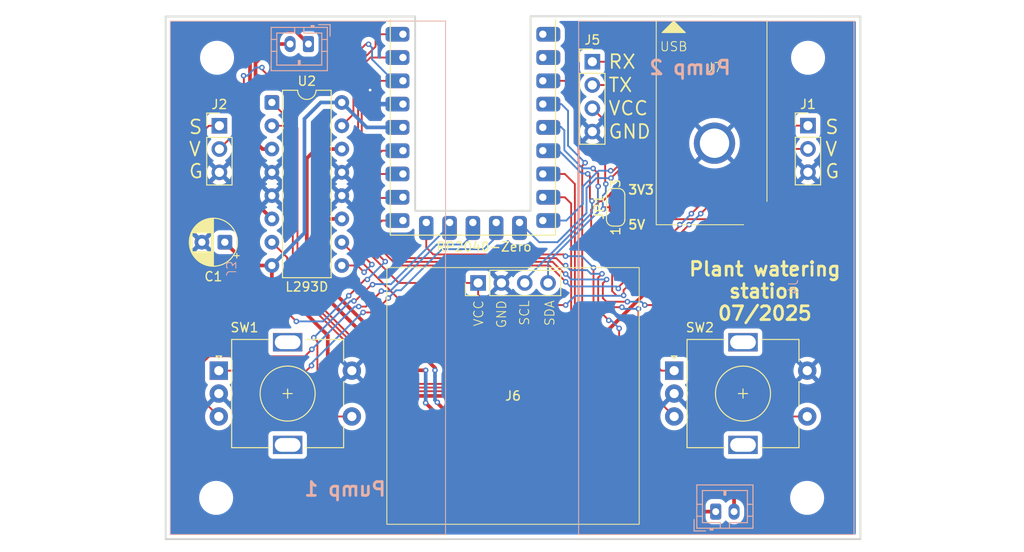
<source format=kicad_pcb>
(kicad_pcb (version 20241229) (generator "pcbnew") (generator_version "9.0")
  (layers (0 "F.Cu" signal) (2 "B.Cu" signal) (13 "F.Paste" user) (15 "B.Paste" user) (5 "F.SilkS" user "F.Silkscreen") (7 "B.SilkS" user "B.Silkscreen") (1 "F.Mask" user) (3 "B.Mask" user) (25 "Edge.Cuts" user))
  (net 0 "")
  (net 1 "GND")
  (net 2 "+5V")
  (net 3 "/MOISTURE1")
  (net 4 "+3V3")
  (net 5 "/MOISTURE2")
  (net 6 "Net-(J3-Pin_2)")
  (net 7 "Net-(J3-Pin_1)")
  (net 8 "Net-(J4-Pin_2)")
  (net 9 "Net-(J4-Pin_1)")
  (net 10 "/SCL")
  (net 11 "/2A")
  (net 12 "/SDA")
  (net 13 "/4A")
  (net 14 "/3A")
  (net 15 "/1A")
  (net 16 "/EN34")
  (net 17 "/EN12")
  (net 20 "/UART1_RX")
  (net 21 "Net-(J5-Pin_3)")
  (net 22 "/UART1_TX")
  (net 23 "/SW2")
  (net 24 "/DT2")
  (net 25 "/SW1")
  (net 26 "/CLK1")
  (net 27 "/CLK2")
  (net 28 "/DT1")
  (footprint "Connector_PinHeader_2.54mm:PinHeader_1x03_P2.54mm_Vertical" (layer "F.Cu") (at 109.855 83.82)
    (property "Reference" "J2" (at 0 -2.33 0) (layer "F.SilkS"))
    (property "Value" "Conn_01x03_Pin")
    (pad "1" thru_hole rect (at 0 0) (size 1.7 1.7) (drill 1) (layers "*.Cu" "*.Mask") (net 5 "/MOISTURE2"))
    (pad "2" thru_hole circle (at 0 2.54) (size 1.7 1.7) (drill 1) (layers "*.Cu" "*.Mask") (net 4 "+3V3"))
    (pad "3" thru_hole circle (at 0 5.08) (size 1.7 1.7) (drill 1) (layers "*.Cu" "*.Mask") (net 1 "GND"))
  )
  (footprint "Connector_PinHeader_2.54mm:PinHeader_1x04_P2.54mm_Vertical" (layer "F.Cu") (at 150.495 76.835)
    (property "Reference" "J5" (at 0 -2.38 0) (layer "F.SilkS"))
    (property "Value" "Conn_01x04_Pin")
    (pad "1" thru_hole rect (at 0 0) (size 1.7 1.7) (drill 1) (layers "*.Cu" "*.Mask") (net 20 "/UART1_RX"))
    (pad "2" thru_hole circle (at 0 2.54) (size 1.7 1.7) (drill 1) (layers "*.Cu" "*.Mask") (net 22 "/UART1_TX"))
    (pad "3" thru_hole circle (at 0 5.08) (size 1.7 1.7) (drill 1) (layers "*.Cu" "*.Mask") (net 21 "Net-(J5-Pin_3)"))
    (pad "4" thru_hole circle (at 0 7.62) (size 1.7 1.7) (drill 1) (layers "*.Cu" "*.Mask") (net 1 "GND"))
  )
  (footprint "Rotary_Encoder:RotaryEncoder_Alps_EC11E-Switch_Vertical_H20mm" (layer "F.Cu") (at 109.7925 110.53)
    (property "Reference" "SW1" (at 2.8 -4.7 0) (layer "F.SilkS"))
    (property "Value" "RotaryEncoder_Switch")
    (pad "A" thru_hole rect (at 0 0) (size 2 2) (drill 1) (layers "*.Cu" "*.Mask") (net 26 "/CLK1"))
    (pad "B" thru_hole circle (at 0 5) (size 2 2) (drill 1) (layers "*.Cu" "*.Mask") (net 28 "/DT1"))
    (pad "C" thru_hole circle (at 0 2.5) (size 2 2) (drill 1) (layers "*.Cu" "*.Mask") (net 1 "GND"))
    (pad "MP" thru_hole rect (at 7.5 -3.1) (size 3.2 2) (drill oval 2.8 1.5) (layers "*.Cu" "*.Mask"))
    (pad "MP" thru_hole rect (at 7.5 8.1) (size 3.2 2) (drill oval 2.8 1.5) (layers "*.Cu" "*.Mask"))
    (pad "S1" thru_hole circle (at 14.5 5) (size 2 2) (drill 1) (layers "*.Cu" "*.Mask") (net 25 "/SW1"))
    (pad "S2" thru_hole circle (at 14.5 0) (size 2 2) (drill 1) (layers "*.Cu" "*.Mask") (net 1 "GND"))
  )
  (footprint "Footprints:RP2040-Zero" (layer "F.Cu") (at 127.318 96.699)
    (property "Reference" "RZ1")
    (property "Value" "RP2040-Zero" (at 11.366 0.329 0) (layer "F.SilkS"))
    (pad "1" thru_hole roundrect (at 17.78 -22.86) (size 2.6 1.6) (drill 0.8 (offset 0.6 0)) (layers "*.Cu" "*.Mask"))
    (pad "2" thru_hole roundrect (at 17.78 -20.32) (size 2.6 1.6) (drill 0.8 (offset 0.6 0)) (layers "*.Cu" "*.Mask"))
    (pad "3" thru_hole roundrect (at 17.78 -17.78) (size 2.6 1.6) (drill 0.8 (offset 0.6 0)) (layers "*.Cu" "*.Mask") (net 15 "/1A"))
    (pad "4" thru_hole roundrect (at 17.78 -15.24) (size 2.6 1.6) (drill 0.8 (offset 0.6 0)) (layers "*.Cu" "*.Mask") (net 11 "/2A"))
    (pad "5" thru_hole roundrect (at 17.78 -12.7) (size 2.6 1.6) (drill 0.8 (offset 0.6 0)) (layers "*.Cu" "*.Mask") (net 12 "/SDA"))
    (pad "6" thru_hole roundrect (at 17.78 -10.16) (size 2.6 1.6002) (drill 0.8 (offset 0.6 0)) (layers "*.Cu" "*.Mask") (net 10 "/SCL"))
    (pad "7" thru_hole roundrect (at 17.78 -7.62) (size 2.6 1.6002) (drill 0.8 (offset 0.6 0)) (layers "*.Cu" "*.Mask") (net 17 "/EN12"))
    (pad "8" thru_hole roundrect (at 17.78 -5.08) (size 2.6 1.6002) (drill 0.8 (offset 0.6 0)) (layers "*.Cu" "*.Mask") (net 14 "/3A"))
    (pad "9" thru_hole roundrect (at 17.78 -2.54) (size 2.6 1.6002) (drill 0.8 (offset 0.6 0)) (layers "*.Cu" "*.Mask") (net 22 "/UART1_TX"))
    (pad "10" thru_hole roundrect (at 15.24 -2.33) (size 1.6 2.6) (drill 0.8 (offset 0 0.6)) (layers "*.Cu" "*.Mask") (net 20 "/UART1_RX"))
    (pad "11" thru_hole roundrect (at 12.7 -2.33) (size 1.5748 2.6) (drill 0.8 (offset 0 0.6)) (layers "*.Cu" "*.Mask") (net 26 "/CLK1"))
    (pad "12" thru_hole roundrect (at 10.16 -2.33) (size 1.5748 2.6) (drill 0.8 (offset 0 0.6)) (layers "*.Cu" "*.Mask") (net 28 "/DT1"))
    (pad "13" thru_hole roundrect (at 7.62 -2.33) (size 1.5748 2.6) (drill 0.8 (offset 0 0.6)) (layers "*.Cu" "*.Mask") (net 25 "/SW1"))
    (pad "14" thru_hole roundrect (at 5.08 -2.33) (size 1.5748 2.6) (drill 0.8 (offset 0 0.6)) (layers "*.Cu" "*.Mask") (net 24 "/DT2"))
    (pad "15" thru_hole roundrect (at 2.54 -2.54) (size 2.6 1.6002) (drill 0.8 (offset -0.6 0)) (layers "*.Cu" "*.Mask") (net 27 "/CLK2"))
    (pad "16" thru_hole roundrect (at 2.54 -5.08) (size 2.6 1.6002) (drill 0.8 (offset -0.6 0)) (layers "*.Cu" "*.Mask") (net 23 "/SW2"))
    (pad "17" thru_hole roundrect (at 2.54 -7.62) (size 2.6 1.6002) (drill 0.8 (offset -0.6 0)) (layers "*.Cu" "*.Mask") (net 3 "/MOISTURE1"))
    (pad "18" thru_hole roundrect (at 2.54 -10.16) (size 2.6 1.6002) (drill 0.8 (offset -0.6 0)) (layers "*.Cu" "*.Mask") (net 5 "/MOISTURE2"))
    (pad "19" thru_hole roundrect (at 2.54 -22.86) (size 2.6 1.6002) (drill 0.8 (offset -0.6 0)) (layers "*.Cu" "*.Mask") (net 13 "/4A"))
    (pad "20" thru_hole roundrect (at 2.54 -20.32) (size 2.6 1.6002) (drill 0.8 (offset -0.6 0)) (layers "*.Cu" "*.Mask") (net 16 "/EN34"))
    (pad "21" thru_hole roundrect (at 2.54 -17.78) (size 2.6 1.6002) (drill 0.8 (offset -0.6 0)) (layers "*.Cu" "*.Mask") (net 4 "+3V3"))
    (pad "22" thru_hole roundrect (at 2.54 -12.7) (size 2.6 1.6002) (drill 0.8 (offset -0.6 0)) (layers "*.Cu" "*.Mask") (net 2 "+5V"))
    (pad "23" thru_hole roundrect (at 2.54 -15.24) (size 2.6 1.6002) (drill 0.8 (offset -0.6 0)) (layers "*.Cu" "*.Mask") (net 1 "GND"))
  )
  (footprint "Capacitor_THT:CP_Radial_D5.0mm_P2.50mm" (layer "F.Cu") (at 110.45 96.52 180)
    (property "Reference" "C1" (at 1.25 -3.75 0) (layer "F.SilkS"))
    (property "Value" "100 uF")
    (pad "1" thru_hole roundrect (at 0 0 180) (size 1.6 1.6) (drill 0.8) (layers "*.Cu" "*.Mask") (roundrect_rratio 0.15625) (net 2 "+5V"))
    (pad "2" thru_hole circle (at 2.5 0 180) (size 1.6 1.6) (drill 0.8) (layers "*.Cu" "*.Mask") (net 1 "GND"))
  )
  (footprint "Connector_PinHeader_2.54mm:PinHeader_1x03_P2.54mm_Vertical" (layer "F.Cu") (at 173.99 83.805)
    (property "Reference" "J1" (at 0 -2.33 0) (layer "F.SilkS"))
    (property "Value" "Conn_01x03_Pin")
    (pad "1" thru_hole rect (at 0 0) (size 1.7 1.7) (drill 1) (layers "*.Cu" "*.Mask") (net 3 "/MOISTURE1"))
    (pad "2" thru_hole circle (at 0 2.54) (size 1.7 1.7) (drill 1) (layers "*.Cu" "*.Mask") (net 4 "+3V3"))
    (pad "3" thru_hole circle (at 0 5.08) (size 1.7 1.7) (drill 1) (layers "*.Cu" "*.Mask") (net 1 "GND"))
  )
  (footprint "Jumper:SolderJumper-3_P1.3mm_Open_RoundedPad1.0x1.5mm_NumberLabels" (layer "F.Cu") (at 153.035 92.71 90)
    (property "Reference" "JP1" (at 0 -1.8 90) (layer "F.SilkS"))
    (property "Value" "SolderJumper_3_Open")
    (fp_text user "1" (at -2.6 0 90) (layer "F.SilkS"))
    (fp_text user "3" (at 2.6 0 90) (layer "F.SilkS"))
    (pad "1" smd custom (at -1.3 0 90) (size 1 0.5) (layers "F.Cu" "F.Mask") (net 2 "+5V") (options (clearance outline) (anchor rect)) (primitives (gr_circle (center 0 0.25) (end 0.5 0.25) (width 0) (fill yes)) (gr_circle (center 0 -0.25) (end 0.5 -0.25) (width 0) (fill yes)) (gr_poly (pts (xy 0.55 0.75) (xy 0 0.75) (xy 0 -0.75) (xy 0.55 -0.75)) (width 0) (fill yes))))
    (pad "2" smd rect (at 0 0 90) (size 1 1.5) (layers "F.Cu" "F.Mask") (net 21 "Net-(J5-Pin_3)"))
    (pad "3" smd custom (at 1.3 0 90) (size 1 0.5) (layers "F.Cu" "F.Mask") (net 4 "+3V3") (options (clearance outline) (anchor rect)) (primitives (gr_circle (center 0 0.25) (end 0.5 0.25) (width 0) (fill yes)) (gr_circle (center 0 -0.25) (end 0.5 -0.25) (width 0) (fill yes)) (gr_poly (pts (xy 0 0.75) (xy -0.55 0.75) (xy -0.55 -0.75) (xy 0 -0.75)) (width 0) (fill yes))))
  )
  (footprint "Footprints:USBC-Dummy-Card" (layer "F.Cu") (at 163.8075 83.185)
    (property "Reference" "J7" (at 0 -5.715 0) (layer "F.SilkS") (effects (font (thickness 0.1))))
    (property "Value" "Screw_Terminal_01x02")
    (fp_text user "USB" (at -4.445 -8 0) (layer "F.SilkS") (effects (font (thickness 0.1))))
    (pad "1" smd roundrect (at 5.715 11.5325 90) (size 4.935 4) (layers "F.Cu" "F.Mask" "F.Paste") (net 2 "+5V"))
    (pad "2" thru_hole circle (at 0 2.54) (size 4.5 4.5) (drill 3.2) (layers "*.Cu" "*.Mask") (net 1 "GND"))
  )
  (footprint "Package_DIP:DIP-16_W7.62mm" (layer "F.Cu") (at 115.575 81.28)
    (property "Reference" "U2" (at 3.81 -2.33 0) (layer "F.SilkS"))
    (property "Value" "L293D" (at 3.81 20.11 0) (layer "F.SilkS"))
    (pad "1" thru_hole roundrect (at 0 0) (size 1.6 1.6) (drill 0.8) (layers "*.Cu" "*.Mask") (roundrect_rratio 0.15625) (net 17 "/EN12"))
    (pad "2" thru_hole circle (at 0 2.54) (size 1.6 1.6) (drill 0.8) (layers "*.Cu" "*.Mask") (net 15 "/1A"))
    (pad "3" thru_hole circle (at 0 5.08) (size 1.6 1.6) (drill 0.8) (layers "*.Cu" "*.Mask") (net 6 "Net-(J3-Pin_2)"))
    (pad "4" thru_hole circle (at 0 7.62) (size 1.6 1.6) (drill 0.8) (layers "*.Cu" "*.Mask") (net 1 "GND"))
    (pad "5" thru_hole circle (at 0 10.16) (size 1.6 1.6) (drill 0.8) (layers "*.Cu" "*.Mask") (net 1 "GND"))
    (pad "6" thru_hole circle (at 0 12.7) (size 1.6 1.6) (drill 0.8) (layers "*.Cu" "*.Mask") (net 7 "Net-(J3-Pin_1)"))
    (pad "7" thru_hole circle (at 0 15.24) (size 1.6 1.6) (drill 0.8) (layers "*.Cu" "*.Mask") (net 11 "/2A"))
    (pad "8" thru_hole circle (at 0 17.78) (size 1.6 1.6) (drill 0.8) (layers "*.Cu" "*.Mask") (net 2 "+5V"))
    (pad "9" thru_hole circle (at 7.62 17.78) (size 1.6 1.6) (drill 0.8) (layers "*.Cu" "*.Mask") (net 16 "/EN34"))
    (pad "10" thru_hole circle (at 7.62 15.24) (size 1.6 1.6) (drill 0.8) (layers "*.Cu" "*.Mask") (net 14 "/3A"))
    (pad "11" thru_hole circle (at 7.62 12.7) (size 1.6 1.6) (drill 0.8) (layers "*.Cu" "*.Mask") (net 8 "Net-(J4-Pin_2)"))
    (pad "12" thru_hole circle (at 7.62 10.16) (size 1.6 1.6) (drill 0.8) (layers "*.Cu" "*.Mask") (net 1 "GND"))
    (pad "13" thru_hole circle (at 7.62 7.62) (size 1.6 1.6) (drill 0.8) (layers "*.Cu" "*.Mask") (net 1 "GND"))
    (pad "14" thru_hole circle (at 7.62 5.08) (size 1.6 1.6) (drill 0.8) (layers "*.Cu" "*.Mask") (net 9 "Net-(J4-Pin_1)"))
    (pad "15" thru_hole circle (at 7.62 2.54) (size 1.6 1.6) (drill 0.8) (layers "*.Cu" "*.Mask") (net 13 "/4A"))
    (pad "16" thru_hole circle (at 7.62 0) (size 1.6 1.6) (drill 0.8) (layers "*.Cu" "*.Mask") (net 2 "+5V"))
  )
  (footprint "Rotary_Encoder:RotaryEncoder_Alps_EC11E-Switch_Vertical_H20mm" (layer "F.Cu") (at 159.4125 110.53)
    (property "Reference" "SW2" (at 2.8 -4.7 0) (layer "F.SilkS"))
    (property "Value" "RotaryEncoder_Switch")
    (pad "A" thru_hole rect (at 0 0) (size 2 2) (drill 1) (layers "*.Cu" "*.Mask") (net 27 "/CLK2"))
    (pad "B" thru_hole circle (at 0 5) (size 2 2) (drill 1) (layers "*.Cu" "*.Mask") (net 24 "/DT2"))
    (pad "C" thru_hole circle (at 0 2.5) (size 2 2) (drill 1) (layers "*.Cu" "*.Mask") (net 1 "GND"))
    (pad "MP" thru_hole rect (at 7.5 -3.1) (size 3.2 2) (drill oval 2.8 1.5) (layers "*.Cu" "*.Mask"))
    (pad "MP" thru_hole rect (at 7.5 8.1) (size 3.2 2) (drill oval 2.8 1.5) (layers "*.Cu" "*.Mask"))
    (pad "S1" thru_hole circle (at 14.5 5) (size 2 2) (drill 1) (layers "*.Cu" "*.Mask") (net 23 "/SW2"))
    (pad "S2" thru_hole circle (at 14.5 0) (size 2 2) (drill 1) (layers "*.Cu" "*.Mask") (net 1 "GND"))
  )
  (footprint "Footprints:SSD1306" (layer "F.Cu") (at 141.8525 96.785)
    (property "Reference" "J6" (at 0 16.5 0) (layer "F.SilkS"))
    (property "Value" "Conn_01x04_Pin")
    (fp_text user "SDA" (at 4 6 90) (layer "F.SilkS") (effects (font (thickness 0.1)) (justify right)))
    (fp_text user "SCL" (at 1.25 6 90) (layer "F.SilkS") (effects (font (thickness 0.1)) (justify right)))
    (fp_text user "GND" (at -1.25 6 90) (layer "F.SilkS") (effects (font (thickness 0.1)) (justify right)))
    (fp_text user "VCC" (at -3.75 6 90) (layer "F.SilkS") (effects (font (thickness 0.1)) (justify right)))
    (pad "1" thru_hole rect (at -3.8025 4.18 90) (size 1.7 1.7) (drill 1) (layers "*.Cu" "*.Mask") (net 4 "+3V3"))
    (pad "2" thru_hole circle (at -1.2625 4.18 90) (size 1.7 1.7) (drill 1) (layers "*.Cu" "*.Mask") (net 1 "GND"))
    (pad "3" thru_hole circle (at 1.2775 4.18 90) (size 1.7 1.7) (drill 1) (layers "*.Cu" "*.Mask") (net 10 "/SCL"))
    (pad "4" thru_hole circle (at 3.8175 4.18 90) (size 1.7 1.7) (drill 1) (layers "*.Cu" "*.Mask") (net 12 "/SDA"))
  )
  (footprint "Footprints:PumpWatering" (layer "B.Cu") (at 174 101.405 -90)
    (property "Reference" "J4" (at 0 1.6 90) (layer "B.SilkS") (effects (font (thickness 0.1)) (justify mirror)))
    (property "Value" "Motor_Socket")
    (pad "" np_thru_hole circle (at -25 0 270) (size 3.2 3.2) (drill 3.2) (layers "*.Cu" "*.Mask"))
    (pad "" np_thru_hole circle (at 23 0.1 270) (size 3.2 3.2) (drill 3.2) (layers "*.Cu" "*.Mask"))
    (pad "1" thru_hole roundrect (at 24.5 10.06) (size 1.2 1.75) (drill 0.75) (layers "*.Cu" "*.Mask") (roundrect_rratio 0.208333) (net 9 "Net-(J4-Pin_1)"))
    (pad "2" thru_hole oval (at 24.5 8.06) (size 1.2 1.75) (drill 0.75) (layers "*.Cu" "*.Mask") (net 8 "Net-(J4-Pin_2)"))
  )
  (footprint "Footprints:PumpWatering" (layer "B.Cu") (at 109.5 99.405 90)
    (property "Reference" "J3" (at 0 1.6 270) (layer "B.SilkS") (effects (font (thickness 0.1)) (justify mirror)))
    (property "Value" "Motor_Socket")
    (pad "" np_thru_hole circle (at -25 0 90) (size 3.2 3.2) (drill 3.2) (layers "*.Cu" "*.Mask"))
    (pad "" np_thru_hole circle (at 23 0.1 90) (size 3.2 3.2) (drill 3.2) (layers "*.Cu" "*.Mask"))
    (pad "1" thru_hole roundrect (at 24.5 10.06 180) (size 1.2 1.75) (drill 0.75) (layers "*.Cu" "*.Mask") (roundrect_rratio 0.208333) (net 7 "Net-(J3-Pin_1)"))
    (pad "2" thru_hole oval (at 24.5 8.06 180) (size 1.2 1.75) (drill 0.75) (layers "*.Cu" "*.Mask") (net 6 "Net-(J3-Pin_2)"))
  )
  (gr_line (start 104 71.905) (end 104 128.905) (stroke (width 0.2)) (layer "Edge.Cuts"))
  (gr_line (start 131.191 71.905) (end 104 71.905) (stroke (width 0.2)) (layer "Edge.Cuts"))
  (gr_line (start 179.705 128.905) (end 179.705 71.905) (stroke (width 0.2)) (layer "Edge.Cuts"))
  (gr_line (start 131.191 93.091) (end 131.191 71.905) (stroke (width 0.2)) (layer "Edge.Cuts"))
  (gr_line (start 104 128.905) (end 179.705 128.905) (stroke (width 0.2)) (layer "Edge.Cuts"))
  (gr_line (start 179.705 71.905) (end 143.764 71.882) (stroke (width 0.2)) (layer "Edge.Cuts"))
  (gr_line (start 143.764 93.091) (end 131.191 93.091) (stroke (width 0.2)) (layer "Edge.Cuts"))
  (gr_line (start 143.764 71.882) (end 143.764 93.091) (stroke (width 0.2)) (layer "Edge.Cuts"))
  (gr_text "TX" (at 152.146 79.375 0) (layer "F.SilkS") (effects (font (size 1.5 1.5) (thickness 0.1875)) (justify left)))
  (gr_text "S\nV\nG" (at 175.768 89.662 0) (layer "F.SilkS") (effects (font (size 1.5 1.5) (thickness 0.1875)) (justify left bottom)))
  (gr_text "VCC" (at 152.146 81.915 0) (layer "F.SilkS") (effects (font (size 1.5 1.5) (thickness 0.1875)) (justify left)))
  (gr_text "Plant watering\nstation\n07/2025" (at 169.291 105.156 0) (layer "F.SilkS") (effects (font (size 1.5 1.5) (thickness 0.3) (bold yes)) (justify bottom)))
  (gr_text "GND" (at 152.146 84.455 0) (layer "F.SilkS") (effects (font (size 1.5 1.5) (thickness 0.1875)) (justify left)))
  (gr_text "S\nV\nG" (at 106.426 89.662 0) (layer "F.SilkS") (effects (font (size 1.5 1.5) (thickness 0.1875)) (justify left bottom)))
  (gr_text "RX" (at 152.146 76.835 0) (layer "F.SilkS") (effects (font (size 1.5 1.5) (thickness 0.1875)) (justify left)))
  (gr_text "3V3" (at 154.305 90.805 0) (layer "F.SilkS") (effects (font (size 1 1) (thickness 0.1875)) (justify left)))
  (gr_text "5V" (at 154.305 94.615 0) (layer "F.SilkS") (effects (font (size 1 1) (thickness 0.1875)) (justify left)))
  (gr_text "Pump 2" (at 165.735 78.359 0) (layer "B.SilkS") (effects (font (size 1.5 1.5) (thickness 0.3) (bold yes)) (justify left bottom mirror)))
  (gr_text "Pump 1" (at 128.143 124.333 0) (layer "B.SilkS") (effects (font (size 1.5 1.5) (thickness 0.3) (bold yes)) (justify left bottom mirror)))
  (segment (start 126.281265 80.434265) (end 127.306 81.459) (width 0.4) (layer "F.Cu") (net 1))
  (segment (start 127.306 81.459) (end 129.858 81.459) (width 0.4) (layer "F.Cu") (net 1))
  (segment (start 126.281265 79.926265) (end 126.281265 80.434265) (width 0.4) (layer "F.Cu") (net 1))
  (via (at 126.281265 79.926265) (size 0.6) (drill 0.3) (layers "F.Cu" "B.Cu") (net 1))
  (segment (start 112.99 99.06) (end 110.45 96.52) (width 0.4) (layer "F.Cu") (net 2))
  (segment (start 168.2825 94.01) (end 169.5225 95.25) (width 0.2) (layer "F.Cu") (net 2))
  (segment (start 129.858 83.999) (end 128.800265 83.999) (width 0.2) (layer "F.Cu") (net 2))
  (segment (start 153.035 94.01) (end 168.2825 94.01) (width 0.2) (layer "F.Cu") (net 2))
  (segment (start 163.068 95.25) (end 145.034 113.284) (width 0.4) (layer "F.Cu") (net 2))
  (segment (start 115.575 99.06) (end 112.99 99.06) (width 0.4) (layer "F.Cu") (net 2))
  (segment (start 121.666 111.76) (end 121.666 106.68) (width 0.4) (layer "F.Cu") (net 2))
  (segment (start 121.666 106.68) (end 115.575 100.589) (width 0.4) (layer "F.Cu") (net 2))
  (segment (start 145.034 113.284) (end 123.19 113.284) (width 0.4) (layer "F.Cu") (net 2))
  (segment (start 123.19 113.284) (end 121.666 111.76) (width 0.4) (layer "F.Cu") (net 2))
  (segment (start 115.575 100.589) (end 115.575 99.06) (width 0.4) (layer "F.Cu") (net 2))
  (segment (start 169.5225 95.25) (end 163.068 95.25) (width 0.4) (layer "F.Cu") (net 2))
  (segment (start 125.914 83.999) (end 129.858 83.999) (width 0.4) (layer "B.Cu") (net 2))
  (segment (start 119.126 83.058) (end 120.904 81.28) (width 0.4) (layer "B.Cu") (net 2))
  (segment (start 115.575 99.06) (end 119.126 95.509) (width 0.4) (layer "B.Cu") (net 2))
  (segment (start 123.195 81.28) (end 125.914 83.999) (width 0.4) (layer "B.Cu") (net 2))
  (segment (start 120.904 81.28) (end 123.195 81.28) (width 0.4) (layer "B.Cu") (net 2))
  (segment (start 119.126 95.509) (end 119.126 83.058) (width 0.4) (layer "B.Cu") (net 2))
  (segment (start 126.171 96.024527) (end 126.171 89.983) (width 0.2) (layer "F.Cu") (net 3))
  (segment (start 147.589 100.838) (end 145.811 99.06) (width 0.2) (layer "F.Cu") (net 3))
  (segment (start 126.171 89.983) (end 127.075 89.079) (width 0.2) (layer "F.Cu") (net 3))
  (segment (start 127.075 89.079) (end 129.858 89.079) (width 0.2) (layer "F.Cu") (net 3))
  (segment (start 163.768 90.932) (end 164.846 90.932) (width 0.2) (layer "F.Cu") (net 3))
  (segment (start 153.32695 101.43505) (end 160.02 94.742) (width 0.2) (layer "F.Cu") (net 3))
  (segment (start 129.206473 99.06) (end 126.171 96.024527) (width 0.2) (layer "F.Cu") (net 3))
  (segment (start 145.811 99.06) (end 129.206473 99.06) (width 0.2) (layer "F.Cu") (net 3))
  (segment (start 171.973 83.805) (end 173.99 83.805) (width 0.2) (layer "F.Cu") (net 3))
  (segment (start 153.32695 101.573708) (end 153.32695 101.43505) (width 0.2) (layer "F.Cu") (net 3))
  (segment (start 161.29 93.41) (end 163.768 90.932) (width 0.2) (layer "F.Cu") (net 3))
  (segment (start 164.846 90.932) (end 171.973 83.805) (width 0.2) (layer "F.Cu") (net 3))
  (segment (start 160.02 94.742) (end 160.02 94.61) (width 0.2) (layer "F.Cu") (net 3))
  (via (at 160.02 94.61) (size 0.6) (drill 0.3) (layers "F.Cu" "B.Cu") (net 3))
  (via (at 161.29 93.41) (size 0.6) (drill 0.3) (layers "F.Cu" "B.Cu") (net 3))
  (via (at 153.32695 101.573708) (size 0.6) (drill 0.3) (layers "F.Cu" "B.Cu") (net 3))
  (via (at 147.589 100.838) (size 0.6) (drill 0.3) (layers "F.Cu" "B.Cu") (net 3))
  (segment (start 160.09 94.61) (end 161.29 93.41) (width 0.2) (layer "B.Cu") (net 3))
  (segment (start 153.32695 101.573708) (end 153.099242 101.346) (width 0.2) (layer "B.Cu") (net 3))
  (segment (start 153.099242 101.346) (end 148.097 101.346) (width 0.2) (layer "B.Cu") (net 3))
  (segment (start 148.097 101.346) (end 147.589 100.838) (width 0.2) (layer "B.Cu") (net 3))
  (segment (start 160.02 94.61) (end 160.09 94.61) (width 0.2) (layer "B.Cu") (net 3))
  (segment (start 152.28 91.41) (end 153.035 91.41) (width 0.2) (layer "F.Cu") (net 4))
  (segment (start 151.638 92.052) (end 152.28 91.41) (width 0.2) (layer "F.Cu") (net 4))
  (segment (start 164.276 91.44) (end 165.1 91.44) (width 0.2) (layer "F.Cu") (net 4))
  (segment (start 125.369 79.718502) (end 126.168502 78.919) (width 0.2) (layer "F.Cu") (net 4))
  (segment (start 152.654 98.806) (end 150.368 96.52) (width 0.2) (layer "F.Cu") (net 4))
  (segment (start 138.05 100.965) (end 129.413 100.965) (width 0.2) (layer "F.Cu") (net 4))
  (segment (start 153.866858 102.362) (end 153.162 102.362) (width 0.2) (layer "F.Cu") (net 4))
  (segment (start 150.368 92.964) (end 151.124943 92.207057) (width 0.2) (layer "F.Cu") (net 4))
  (segment (start 129.413 100.965) (end 125.369 96.921) (width 0.2) (layer "F.Cu") (net 4))
  (segment (start 151.28 92.052) (end 151.638 92.052) (width 0.2) (layer "F.Cu") (net 4))
  (segment (start 112.491 78.359) (end 112.522 78.39) (width 0.2) (layer "F.Cu") (net 4))
  (segment (start 114.492 77.662) (end 114.492 77.47) (width 0.2) (layer "F.Cu") (net 4))
  (segment (start 139.192 103.378) (end 138.05 102.236) (width 0.2) (layer "F.Cu") (net 4))
  (segment (start 121.4799 79.248) (end 116.078 79.248) (width 0.2) (layer "F.Cu") (net 4))
  (segment (start 138.05 102.236) (end 138.05 100.965) (width 0.2) (layer "F.Cu") (net 4))
  (segment (start 165.1 91.44) (end 170.195 86.345) (width 0.2) (layer "F.Cu") (net 4))
  (segment (start 170.195 86.345) (end 173.99 86.345) (width 0.2) (layer "F.Cu") (net 4))
  (segment (start 126.168502 78.919) (end 129.858 78.919) (width 0.2) (layer "F.Cu") (net 4))
  (segment (start 151.135057 92.207057) (end 151.13 92.202) (width 0.2) (layer "F.Cu") (net 4))
  (segment (start 126.111 74.93) (end 125.7979 74.93) (width 0.2) (layer "F.Cu") (net 4))
  (segment (start 116.078 79.248) (end 114.492 77.662) (width 0.2) (layer "F.Cu") (net 4))
  (segment (start 150.368 96.52) (end 150.368 92.964) (width 0.2) (layer "F.Cu") (net 4))
  (segment (start 151.13 92.202) (end 151.28 92.052) (width 0.2) (layer "F.Cu") (net 4))
  (segment (start 153.902393 101.743607) (end 161.036 94.61) (width 0.2) (layer "F.Cu") (net 4))
  (segment (start 125.7979 74.93) (end 121.4799 79.248) (width 0.2) (layer "F.Cu") (net 4))
  (segment (start 153.902393 102.326465) (end 153.866858 102.362) (width 0.2) (layer "F.Cu") (net 4))
  (segment (start 151.124943 92.207057) (end 151.135057 92.207057) (width 0.2) (layer "F.Cu") (net 4))
  (segment (start 153.902393 102.326465) (end 153.902393 101.743607) (width 0.2) (layer "F.Cu") (net 4))
  (segment (start 162.306 93.41) (end 164.276 91.44) (width 0.2) (layer "F.Cu") (net 4))
  (segment (start 147.589 103.378) (end 139.192 103.378) (width 0.2) (layer "F.Cu") (net 4))
  (segment (start 125.369 96.921) (end 125.369 79.718502) (width 0.2) (layer "F.Cu") (net 4))
  (segment (start 153.162 102.362) (end 152.654 101.854) (width 0.2) (layer "F.Cu") (net 4))
  (segment (start 112.522 83.693) (end 109.855 86.36) (width 0.2) (layer "F.Cu") (net 4))
  (segment (start 112.522 78.39) (end 112.522 83.693) (width 0.2) (layer "F.Cu") (net 4))
  (segment (start 152.654 101.854) (end 152.654 98.806) (width 0.2) (layer "F.Cu") (net 4))
  (via (at 162.306 93.41) (size 0.6) (drill 0.3) (layers "F.Cu" "B.Cu") (net 4))
  (via (at 161.036 94.61) (size 0.6) (drill 0.3) (layers "F.Cu" "B.Cu") (net 4))
  (via (at 112.491 78.359) (size 0.6) (drill 0.3) (layers "F.Cu" "B.Cu") (net 4))
  (via (at 114.492 77.47) (size 0.6) (drill 0.3) (layers "F.Cu" "B.Cu") (net 4))
  (via (at 153.902393 102.326465) (size 0.6) (drill 0.3) (layers "F.Cu" "B.Cu") (net 4))
  (via (at 147.589 103.378) (size 0.6) (drill 0.3) (layers "F.Cu" "B.Cu") (net 4))
  (via (at 126.111 74.93) (size 0.6) (drill 0.3) (layers "F.Cu" "B.Cu") (net 4))
  (segment (start 128.83 78.919) (end 129.858 78.919) (width 0.2) (layer "B.Cu") (net 4))
  (segment (start 126.492 76.581) (end 128.83 78.919) (width 0.2) (layer "B.Cu") (net 4))
  (segment (start 148.605 102.362) (end 147.589 103.378) (width 0.2) (layer "B.Cu") (net 4))
  (segment (start 161.036 94.61) (end 161.106 94.61) (width 0.2) (layer "B.Cu") (net 4))
  (segment (start 161.106 94.61) (end 162.306 93.41) (width 0.2) (layer "B.Cu") (net 4))
  (segment (start 153.866858 102.362) (end 148.605 102.362) (width 0.2) (layer "B.Cu") (net 4))
  (segment (start 113.792 77.47) (end 112.903 78.359) (width 0.2) (layer "B.Cu") (net 4))
  (segment (start 114.492 77.47) (end 113.792 77.47) (width 0.2) (layer "B.Cu") (net 4))
  (segment (start 112.903 78.359) (end 112.491 78.359) (width 0.2) (layer "B.Cu") (net 4))
  (segment (start 126.111 74.93) (end 126.492 75.311) (width 0.2) (layer "B.Cu") (net 4))
  (segment (start 126.492 75.311) (end 126.492 76.581) (width 0.2) (layer "B.Cu") (net 4))
  (segment (start 153.902393 102.326465) (end 153.866858 102.362) (width 0.2) (layer "B.Cu") (net 4))
  (segment (start 106.045 97.536) (end 106.045 95.504) (width 0.2) (layer "F.Cu") (net 5))
  (segment (start 118.237 105.156) (end 113.665 100.584) (width 0.2) (layer "F.Cu") (net 5))
  (segment (start 113.665 100.584) (end 109.093 100.584) (width 0.2) (layer "F.Cu") (net 5))
  (segment (start 125.77 96.47347) (end 125.77 88.352) (width 0.2) (layer "F.Cu") (net 5))
  (segment (start 125.77 88.352) (end 127.583 86.539) (width 0.2) (layer "F.Cu") (net 5))
  (segment (start 108.712 83.82) (end 109.855 83.82) (width 0.2) (layer "F.Cu") (net 5))
  (segment (start 107.95 93.599) (end 107.95 84.582) (width 0.2) (layer "F.Cu") (net 5))
  (segment (start 123.952 102.362) (end 125.73 100.584) (width 0.2) (layer "F.Cu") (net 5))
  (segment (start 106.045 95.504) (end 107.95 93.599) (width 0.2) (layer "F.Cu") (net 5))
  (segment (start 127.583 86.539) (end 129.858 86.539) (width 0.2) (layer "F.Cu") (net 5))
  (segment (start 107.95 84.582) (end 108.712 83.82) (width 0.2) (layer "F.Cu") (net 5))
  (segment (start 109.093 100.584) (end 106.045 97.536) (width 0.2) (layer "F.Cu") (net 5))
  (segment (start 125.73 100.584) (end 125.984 100.584) (width 0.2) (layer "F.Cu") (net 5))
  (segment (start 127.932265 98.635735) (end 125.77 96.47347) (width 0.2) (layer "F.Cu") (net 5))
  (via (at 118.237 105.156) (size 0.6) (drill 0.3) (layers "F.Cu" "B.Cu") (net 5))
  (via (at 125.984 100.584) (size 0.6) (drill 0.3) (layers "F.Cu" "B.Cu") (net 5))
  (via (at 127.932265 98.635735) (size 0.6) (drill 0.3) (layers "F.Cu" "B.Cu") (net 5))
  (via (at 123.952 102.362) (size 0.6) (drill 0.3) (layers "F.Cu" "B.Cu") (net 5))
  (segment (start 127.932265 98.635735) (end 125.984 100.584) (width 0.2) (layer "B.Cu") (net 5))
  (segment (start 118.237 105.156) (end 121.158 105.156) (width 0.2) (layer "B.Cu") (net 5))
  (segment (start 121.158 105.156) (end 123.952 102.362) (width 0.2) (layer "B.Cu") (net 5))
  (segment (start 115.849 74.905) (end 113.792 76.962) (width 0.4) (layer "F.Cu") (net 6))
  (segment (start 113.792 85.598) (end 114.554 86.36) (width 0.4) (layer "F.Cu") (net 6))
  (segment (start 113.792 76.962) (end 113.792 85.598) (width 0.4) (layer "F.Cu") (net 6))
  (segment (start 114.554 86.36) (end 115.575 86.36) (width 0.4) (layer "F.Cu") (net 6))
  (segment (start 117.56 74.905) (end 115.849 74.905) (width 0.4) (layer "F.Cu") (net 6))
  (segment (start 118.061 73.406) (end 116.459 73.406) (width 0.4) (layer "F.Cu") (net 7))
  (segment (start 113.191 91.596) (end 115.575 93.98) (width 0.4) (layer "F.Cu") (net 7))
  (segment (start 113.191 76.674) (end 113.191 91.596) (width 0.4) (layer "F.Cu") (net 7))
  (segment (start 119.56 74.905) (end 118.061 73.406) (width 0.4) (layer "F.Cu") (net 7))
  (segment (start 116.459 73.406) (end 113.191 76.674) (width 0.4) (layer "F.Cu") (net 7))
  (segment (start 120.396 94.742) (end 121.158 93.98) (width 0.4) (layer "F.Cu") (net 8))
  (segment (start 133.35 110.236) (end 132.588 109.474) (width 0.4) (layer "F.Cu") (net 8))
  (segment (start 164.846 123.444) (end 165.94 124.538) (width 0.4) (layer "F.Cu") (net 8))
  (segment (start 132.588 109.474) (end 129.818636 109.474) (width 0.4) (layer "F.Cu") (net 8))
  (segment (start 165.94 124.538) (end 165.94 125.905) (width 0.4) (layer "F.Cu") (net 8))
  (segment (start 133.604 114.046) (end 143.002 123.444) (width 0.4) (layer "F.Cu") (net 8))
  (segment (start 120.396 100.051364) (end 120.396 94.742) (width 0.4) (layer "F.Cu") (net 8))
  (segment (start 133.35 110.49) (end 133.35 110.236) (width 0.4) (layer "F.Cu") (net 8))
  (segment (start 121.158 93.98) (end 123.195 93.98) (width 0.4) (layer "F.Cu") (net 8))
  (segment (start 143.002 123.444) (end 164.846 123.444) (width 0.4) (layer "F.Cu") (net 8))
  (segment (start 133.604 113.984) (end 133.604 114.046) (width 0.4) (layer "F.Cu") (net 8))
  (segment (start 129.818636 109.474) (end 120.396 100.051364) (width 0.4) (layer "F.Cu") (net 8))
  (via (at 133.35 110.49) (size 0.6) (drill 0.3) (layers "F.Cu" "B.Cu") (net 8))
  (via (at 133.604 113.984) (size 0.6) (drill 0.3) (layers "F.Cu" "B.Cu") (net 8))
  (segment (start 133.35 110.49) (end 133.35 113.73) (width 0.4) (layer "B.Cu") (net 8))
  (segment (start 133.35 113.73) (end 133.604 113.984) (width 0.4) (layer "B.Cu") (net 8))
  (segment (start 119.38 87.369) (end 120.389 86.36) (width 0.4) (layer "F.Cu") (net 9))
  (segment (start 132.334 110.49) (end 129.454993 110.49) (width 0.4) (layer "F.Cu") (net 9))
  (segment (start 132.334 114.046) (end 144.193 125.905) (width 0.4) (layer "F.Cu") (net 9))
  (segment (start 129.454993 110.49) (end 119.38 100.415007) (width 0.4) (layer "F.Cu") (net 9))
  (segment (start 120.389 86.36) (end 123.195 86.36) (width 0.4) (layer "F.Cu") (net 9))
  (segment (start 144.193 125.905) (end 163.94 125.905) (width 0.4) (layer "F.Cu") (net 9))
  (segment (start 119.38 100.415007) (end 119.38 87.369) (width 0.4) (layer "F.Cu") (net 9))
  (via (at 132.334 110.49) (size 0.6) (drill 0.3) (layers "F.Cu" "B.Cu") (net 9))
  (via (at 132.334 114.046) (size 0.6) (drill 0.3) (layers "F.Cu" "B.Cu") (net 9))
  (segment (start 132.334 110.49) (end 132.334 114.046) (width 0.4) (layer "B.Cu") (net 9))
  (segment (start 150.231685 89.302157) (end 150.231685 91.795158) (width 0.2) (layer "F.Cu") (net 10))
  (segment (start 150.231685 91.795158) (end 150.46 92.023473) (width 0.2) (layer "F.Cu") (net 10))
  (segment (start 149.992 89.062472) (end 150.231685 89.302157) (width 0.2) (layer "F.Cu") (net 10))
  (via (at 150.46 92.023473) (size 0.6) (drill 0.3) (layers "F.Cu" "B.Cu") (net 10))
  (via (at 149.992 89.062472) (size 0.6) (drill 0.3) (layers "F.Cu" "B.Cu") (net 10))
  (segment (start 149.352 89.027) (end 146.864 86.539) (width 0.2) (layer "B.Cu") (net 10))
  (segment (start 143.13 100.6421) (end 150.46 93.3121) (width 0.2) (layer "B.Cu") (net 10))
  (segment (start 143.13 100.965) (end 143.13 100.6421) (width 0.2) (layer "B.Cu") (net 10))
  (segment (start 146.864 86.539) (end 145.098 86.539) (width 0.2) (layer "B.Cu") (net 10))
  (segment (start 149.992 89.062472) (end 149.956528 89.027) (width 0.2) (layer "B.Cu") (net 10))
  (segment (start 149.956528 89.027) (end 149.352 89.027) (width 0.2) (layer "B.Cu") (net 10))
  (segment (start 150.46 93.3121) (end 150.46 92.023473) (width 0.2) (layer "B.Cu") (net 10))
  (segment (start 117.241 100.985) (end 117.241 98.186) (width 0.2) (layer "F.Cu") (net 11))
  (segment (start 149.712765 87.861472) (end 149.392 88.182237) (width 0.2) (layer "F.Cu") (net 11))
  (segment (start 129.032 112.776) (end 117.241 100.985) (width 0.2) (layer "F.Cu") (net 11))
  (segment (start 142.3582 112.776) (end 129.032 112.776) (width 0.2) (layer "F.Cu") (net 11))
  (segment (start 117.241 98.186) (end 115.575 96.52) (width 0.2) (layer "F.Cu") (net 11))
  (segment (start 149.392 88.182237) (end 149.392 105.7422) (width 0.2) (layer "F.Cu") (net 11))
  (segment (start 149.392 105.7422) (end 142.3582 112.776) (width 0.2) (layer "F.Cu") (net 11))
  (via (at 149.712765 87.861472) (size 0.6) (drill 0.3) (layers "F.Cu" "B.Cu") (net 11))
  (segment (start 147.848 82.189) (end 147.118 81.459) (width 0.2) (layer "B.Cu") (net 11))
  (segment (start 149.712765 87.861472) (end 147.848 85.996707) (width 0.2) (layer "B.Cu") (net 11))
  (segment (start 147.118 81.459) (end 145.098 81.459) (width 0.2) (layer "B.Cu") (net 11))
  (segment (start 147.848 85.996707) (end 147.848 82.189) (width 0.2) (layer "B.Cu") (net 11))
  (segment (start 151.13 89.027) (end 151.13 90.424) (width 0.2) (layer "F.Cu") (net 12))
  (segment (start 150.578735 88.475735) (end 151.13 89.027) (width 0.2) (layer "F.Cu") (net 12))
  (via (at 150.578735 88.475735) (size 0.6) (drill 0.3) (layers "F.Cu" "B.Cu") (net 12))
  (via (at 151.13 90.424) (size 0.6) (drill 0.3) (layers "F.Cu" "B.Cu") (net 12))
  (segment (start 147.447 84.328) (end 147.066 83.947) (width 0.2) (layer "B.Cu") (net 12))
  (segment (start 150.592998 88.461472) (end 149.421472 88.461472) (width 0.2) (layer "B.Cu") (net 12))
  (segment (start 145.15 83.947) (end 145.098 83.999) (width 0.2) (layer "B.Cu") (net 12))
  (segment (start 147.066 83.947) (end 145.15 83.947) (width 0.2) (layer "B.Cu") (net 12))
  (segment (start 151.1005 93.2387) (end 151.1005 90.4535) (width 0.2) (layer "B.Cu") (net 12))
  (segment (start 145.67 98.6692) (end 151.1005 93.2387) (width 0.2) (layer "B.Cu") (net 12))
  (segment (start 147.447 86.487) (end 147.447 84.328) (width 0.2) (layer "B.Cu") (net 12))
  (segment (start 151.1005 90.4535) (end 151.13 90.424) (width 0.2) (layer "B.Cu") (net 12))
  (segment (start 149.421472 88.461472) (end 147.447 86.487) (width 0.2) (layer "B.Cu") (net 12))
  (segment (start 150.578735 88.475735) (end 150.592998 88.461472) (width 0.2) (layer "B.Cu") (net 12))
  (segment (start 145.67 100.965) (end 145.67 98.6692) (width 0.2) (layer "B.Cu") (net 12))
  (segment (start 124.46 82.55) (end 124.46 77.597) (width 0.2) (layer "F.Cu") (net 13))
  (segment (start 123.195 83.82) (end 123.19 83.82) (width 0.2) (layer "F.Cu") (net 13))
  (segment (start 124.46 77.597) (end 126.873 75.184) (width 0.2) (layer "F.Cu") (net 13))
  (segment (start 126.873 75.184) (end 126.873 74.422) (width 0.2) (layer "F.Cu") (net 13))
  (segment (start 123.19 83.82) (end 124.46 82.55) (width 0.2) (layer "F.Cu") (net 13))
  (segment (start 127.456 73.839) (end 129.858 73.839) (width 0.2) (layer "F.Cu") (net 13))
  (segment (start 126.873 74.422) (end 127.456 73.839) (width 0.2) (layer "F.Cu") (net 13))
  (segment (start 148.189 105.176) (end 148.189 92.309) (width 0.2) (layer "F.Cu") (net 14))
  (segment (start 136.129 109.454) (end 143.911 109.454) (width 0.2) (layer "F.Cu") (net 14))
  (segment (start 143.911 109.454) (end 148.189 105.176) (width 0.2) (layer "F.Cu") (net 14))
  (segment (start 123.195 96.52) (end 136.129 109.454) (width 0.2) (layer "F.Cu") (net 14))
  (segment (start 148.189 92.309) (end 147.499 91.619) (width 0.2) (layer "F.Cu") (net 14))
  (segment (start 147.499 91.619) (end 145.098 91.619) (width 0.2) (layer "F.Cu") (net 14))
  (segment (start 148.991 80.411) (end 147.499 78.919) (width 0.2) (layer "F.Cu") (net 15))
  (segment (start 148.991 105.5761) (end 148.991 80.411) (width 0.2) (layer "F.Cu") (net 15))
  (segment (start 117.856 101.0329) (end 129.1981 112.375) (width 0.2) (layer "F.Cu") (net 15))
  (segment (start 129.1981 112.375) (end 142.1921 112.375) (width 0.2) (layer "F.Cu") (net 15))
  (segment (start 142.1921 112.375) (end 148.991 105.5761) (width 0.2) (layer "F.Cu") (net 15))
  (segment (start 147.499 78.919) (end 145.098 78.919) (width 0.2) (layer "F.Cu") (net 15))
  (segment (start 116.84 83.82) (end 117.856 84.836) (width 0.2) (layer "F.Cu") (net 15))
  (segment (start 115.575 83.82) (end 116.84 83.82) (width 0.2) (layer "F.Cu") (net 15))
  (segment (start 117.856 84.836) (end 117.856 101.0329) (width 0.2) (layer "F.Cu") (net 15))
  (segment (start 123.195 99.06) (end 124.88647 99.06) (width 0.2) (layer "F.Cu") (net 16))
  (segment (start 126.313 76.379) (end 129.858 76.379) (width 0.2) (layer "F.Cu") (net 16))
  (segment (start 126.474265 98.950735) (end 124.968 97.44447) (width 0.2) (layer "F.Cu") (net 16))
  (segment (start 124.88647 99.06) (end 125.625735 99.799265) (width 0.2) (layer "F.Cu") (net 16))
  (segment (start 124.968 77.724) (end 126.313 76.379) (width 0.2) (layer "F.Cu") (net 16))
  (segment (start 124.968 97.44447) (end 124.968 77.724) (width 0.2) (layer "F.Cu") (net 16))
  (via (at 126.474265 98.950735) (size 0.6) (drill 0.3) (layers "F.Cu" "B.Cu") (net 16))
  (via (at 125.625735 99.799265) (size 0.6) (drill 0.3) (layers "F.Cu" "B.Cu") (net 16))
  (segment (start 125.625735 99.799265) (end 126.474265 98.950735) (width 0.2) (layer "B.Cu") (net 16))
  (segment (start 118.364 100.9738) (end 129.3642 111.974) (width 0.2) (layer "F.Cu") (net 17))
  (segment (start 115.575 81.285) (end 118.364 84.074) (width 0.2) (layer "F.Cu") (net 17))
  (segment (start 129.3642 111.974) (end 142.026 111.974) (width 0.2) (layer "F.Cu") (net 17))
  (segment (start 147.499 89.079) (end 145.098 89.079) (width 0.2) (layer "F.Cu") (net 17))
  (segment (start 148.59 90.17) (end 147.499 89.079) (width 0.2) (layer "F.Cu") (net 17))
  (segment (start 115.575 81.28) (end 115.575 81.285) (width 0.2) (layer "F.Cu") (net 17))
  (segment (start 142.026 111.974) (end 148.59 105.41) (width 0.2) (layer "F.Cu") (net 17))
  (segment (start 118.364 84.074) (end 118.364 100.9738) (width 0.2) (layer "F.Cu") (net 17))
  (segment (start 148.59 105.41) (end 148.59 90.17) (width 0.2) (layer "F.Cu") (net 17))
  (segment (start 153.67 81.9829) (end 153.67 78.359) (width 0.2) (layer "F.Cu") (net 20))
  (segment (start 153.093 88.970415) (end 153.093 88.969) (width 0.2) (layer "F.Cu") (net 20))
  (segment (start 153.67 78.359) (end 152.146 76.835) (width 0.2) (layer "F.Cu") (net 20))
  (segment (start 152.740943 89.322472) (end 153.093 88.970415) (width 0.2) (layer "F.Cu") (net 20))
  (segment (start 152.146 76.835) (end 150.495 76.835) (width 0.2) (layer "F.Cu") (net 20))
  (segment (start 153.093 88.969) (end 153.69 88.372) (width 0.2) (layer "F.Cu") (net 20))
  (segment (start 153.69 82.0029) (end 153.67 81.9829) (width 0.2) (layer "F.Cu") (net 20))
  (segment (start 152.739528 89.322472) (end 152.740943 89.322472) (width 0.2) (layer "F.Cu") (net 20))
  (segment (start 152.527 89.535) (end 152.739528 89.322472) (width 0.2) (layer "F.Cu") (net 20))
  (segment (start 153.69 88.372) (end 153.69 82.0029) (width 0.2) (layer "F.Cu") (net 20))
  (via (at 152.527 89.535) (size 0.6) (drill 0.3) (layers "F.Cu" "B.Cu") (net 20))
  (segment (start 144.709 96.52) (end 142.558 94.369) (width 0.2) (layer "B.Cu") (net 20))
  (segment (start 152.527 89.535) (end 150.9351 89.535) (width 0.2) (layer "B.Cu") (net 20))
  (segment (start 149.86 90.6101) (end 149.86 93.345) (width 0.2) (layer "B.Cu") (net 20))
  (segment (start 150.9351 89.535) (end 149.86 90.6101) (width 0.2) (layer "B.Cu") (net 20))
  (segment (start 149.86 93.345) (end 146.685 96.52) (width 0.2) (layer "B.Cu") (net 20))
  (segment (start 146.685 96.52) (end 144.709 96.52) (width 0.2) (layer "B.Cu") (net 20))
  (segment (start 151.892 83.312) (end 150.495 81.915) (width 0.2) (layer "F.Cu") (net 21))
  (segment (start 151.892 92.71) (end 153.035 92.71) (width 0.2) (layer "F.Cu") (net 21))
  (segment (start 151.7015 92.9005) (end 151.892 92.71) (width 0.2) (layer "F.Cu") (net 21))
  (segment (start 151.964815 90.17) (end 151.892 90.097185) (width 0.2) (layer "F.Cu") (net 21))
  (segment (start 151.892 90.097185) (end 151.892 83.312) (width 0.2) (layer "F.Cu") (net 21))
  (via (at 151.964815 90.17) (size 0.6) (drill 0.3) (layers "F.Cu" "B.Cu") (net 21))
  (via (at 151.7015 92.9005) (size 0.6) (drill 0.3) (layers "F.Cu" "B.Cu") (net 21))
  (segment (start 151.964815 90.17) (end 151.964815 91.113185) (width 0.2) (layer "B.Cu") (net 21))
  (segment (start 151.638 92.837) (end 151.7015 92.9005) (width 0.2) (layer "B.Cu") (net 21))
  (segment (start 151.964815 91.113185) (end 151.638 91.44) (width 0.2) (layer "B.Cu") (net 21))
  (segment (start 151.638 91.44) (end 151.638 92.837) (width 0.2) (layer "B.Cu") (net 21))
  (segment (start 152.492 88.721472) (end 152.773428 88.721472) (width 0.2) (layer "F.Cu") (net 22))
  (segment (start 153.269 82.149) (end 153.269 80.625) (width 0.2) (layer "F.Cu") (net 22))
  (segment (start 153.289 88.2059) (end 153.289 82.169) (width 0.2) (layer "F.Cu") (net 22))
  (segment (start 153.269 80.625) (end 152.019 79.375) (width 0.2) (layer "F.Cu") (net 22))
  (segment (start 152.773428 88.721472) (end 153.289 88.2059) (width 0.2) (layer "F.Cu") (net 22))
  (segment (start 153.289 82.169) (end 153.269 82.149) (width 0.2) (layer "F.Cu") (net 22))
  (segment (start 152.019 79.375) (end 150.495 79.375) (width 0.2) (layer "F.Cu") (net 22))
  (via (at 152.492 88.721472) (size 0.6) (drill 0.3) (layers "F.Cu" "B.Cu") (net 22))
  (segment (start 149.459 92.349) (end 147.649 94.159) (width 0.2) (layer "B.Cu") (net 22))
  (segment (start 152.492 88.721472) (end 151.181528 88.721472) (width 0.2) (layer "B.Cu") (net 22))
  (segment (start 151.181528 88.721472) (end 149.459 90.444) (width 0.2) (layer "B.Cu") (net 22))
  (segment (start 147.649 94.159) (end 145.098 94.159) (width 0.2) (layer "B.Cu") (net 22))
  (segment (start 149.459 90.444) (end 149.459 92.349) (width 0.2) (layer "B.Cu") (net 22))
  (segment (start 158.030576 103.378) (end 170.182576 115.53) (width 0.2) (layer "F.Cu") (net 23))
  (segment (start 152.032025 103.010025) (end 154.318025 103.010025) (width 0.2) (layer "F.Cu") (net 23))
  (segment (start 152.054 100.584) (end 151.638 101) (width 0.2) (layer "F.Cu") (net 23))
  (segment (start 147.589 99.989473) (end 147.487473 99.989473) (width 0.2) (layer "F.Cu") (net 23))
  (segment (start 170.182576 115.53) (end 173.9125 115.53) (width 0.2) (layer "F.Cu") (net 23))
  (segment (start 151.638 101) (end 151.638 102.616) (width 0.2) (layer "F.Cu") (net 23))
  (segment (start 156.21 103.378) (end 158.030576 103.378) (width 0.2) (layer "F.Cu") (net 23))
  (segment (start 126.572 92.376) (end 127.254 91.694) (width 0.2) (layer "F.Cu") (net 23))
  (segment (start 151.638 102.616) (end 152.032025 103.010025) (width 0.2) (layer "F.Cu") (net 23))
  (segment (start 147.487473 99.989473) (end 146.157 98.659) (width 0.2) (layer "F.Cu") (net 23))
  (segment (start 126.572 95.858427) (end 126.572 92.376) (width 0.2) (layer "F.Cu") (net 23))
  (segment (start 127.254 91.694) (end 129.783 91.694) (width 0.2) (layer "F.Cu") (net 23))
  (segment (start 129.783 91.694) (end 129.858 91.619) (width 0.2) (layer "F.Cu") (net 23))
  (segment (start 146.157 98.659) (end 129.372573 98.659) (width 0.2) (layer "F.Cu") (net 23))
  (segment (start 129.372573 98.659) (end 126.572 95.858427) (width 0.2) (layer "F.Cu") (net 23))
  (via (at 152.054 100.584) (size 0.6) (drill 0.3) (layers "F.Cu" "B.Cu") (net 23))
  (via (at 147.589 99.989473) (size 0.6) (drill 0.3) (layers "F.Cu" "B.Cu") (net 23))
  (via (at 156.21 103.378) (size 0.6) (drill 0.3) (layers "F.Cu" "B.Cu") (net 23))
  (via (at 154.318025 103.010025) (size 0.6) (drill 0.3) (layers "F.Cu" "B.Cu") (net 23))
  (segment (start 152.054 100.584) (end 148.183527 100.584) (width 0.2) (layer "B.Cu") (net 23))
  (segment (start 148.183527 100.584) (end 147.589 99.989473) (width 0.2) (layer "B.Cu") (net 23))
  (segment (start 154.318025 103.010025) (end 155.842025 103.010025) (width 0.2) (layer "B.Cu") (net 23))
  (segment (start 155.842025 103.010025) (end 156.21 103.378) (width 0.2) (layer "B.Cu") (net 23))
  (segment (start 132.398 94.369) (end 132.398 97.092) (width 0.2) (layer "F.Cu") (net 24))
  (segment (start 147.387 97.857) (end 147.574 98.044) (width 0.2) (layer "F.Cu") (net 24))
  (segment (start 150.622 103.378) (end 152.286025 105.042025) (width 0.2) (layer "F.Cu") (net 24))
  (segment (start 132.398 97.092) (end 133.163 97.857) (width 0.2) (layer "F.Cu") (net 24))
  (segment (start 133.163 97.857) (end 147.387 97.857) (width 0.2) (layer "F.Cu") (net 24))
  (segment (start 150.622 99.314) (end 150.622 103.378) (width 0.2) (layer "F.Cu") (net 24))
  (segment (start 153.416 105.918) (end 153.416 109.5335) (width 0.2) (layer "F.Cu") (net 24))
  (segment (start 153.416 109.5335) (end 159.4125 115.53) (width 0.2) (layer "F.Cu") (net 24))
  (via (at 153.416 105.918) (size 0.6) (drill 0.3) (layers "F.Cu" "B.Cu") (net 24))
  (via (at 152.286025 105.042025) (size 0.6) (drill 0.3) (layers "F.Cu" "B.Cu") (net 24))
  (via (at 150.622 99.314) (size 0.6) (drill 0.3) (layers "F.Cu" "B.Cu") (net 24))
  (via (at 147.574 98.044) (size 0.6) (drill 0.3) (layers "F.Cu" "B.Cu") (net 24))
  (segment (start 147.574 98.044) (end 149.352 98.044) (width 0.2) (layer "B.Cu") (net 24))
  (segment (start 152.286025 105.042025) (end 152.540025 105.042025) (width 0.2) (layer "B.Cu") (net 24))
  (segment (start 152.540025 105.042025) (end 153.416 105.918) (width 0.2) (layer "B.Cu") (net 24))
  (segment (start 149.352 98.044) (end 150.622 99.314) (width 0.2) (layer "B.Cu") (net 24))
  (segment (start 120.142 106.934) (end 120.536025 107.328025) (width 0.2) (layer "F.Cu") (net 25))
  (segment (start 126.434312 101.149687) (end 124.656312 102.927687) (width 0.2) (layer "F.Cu") (net 25))
  (segment (start 121.499 115.53) (end 124.2925 115.53) (width 0.2) (layer "F.Cu") (net 25))
  (segment (start 120.536025 107.328025) (end 120.536025 114.567025) (width 0.2) (layer "F.Cu") (net 25))
  (segment (start 124.656312 102.927687) (end 124.517687 102.927687) (width 0.2) (layer "F.Cu") (net 25))
  (segment (start 126.549687 101.149687) (end 126.434312 101.149687) (width 0.2) (layer "F.Cu") (net 25))
  (segment (start 120.536025 114.567025) (end 121.499 115.53) (width 0.2) (layer "F.Cu") (net 25))
  (via (at 120.142 106.934) (size 0.6) (drill 0.3) (layers "F.Cu" "B.Cu") (net 25))
  (via (at 124.517687 102.927687) (size 0.6) (drill 0.3) (layers "F.Cu" "B.Cu") (net 25))
  (via (at 126.549687 101.149687) (size 0.6) (drill 0.3) (layers "F.Cu" "B.Cu") (net 25))
  (segment (start 126.607374 101.092) (end 128.557456 101.092) (width 0.2) (layer "B.Cu") (net 25))
  (segment (start 124.113 102.963) (end 124.200943 102.963) (width 0.2) (layer "B.Cu") (net 25))
  (segment (start 128.557456 101.092) (end 134.938 94.711456) (width 0.2) (layer "B.Cu") (net 25))
  (segment (start 126.549687 101.149687) (end 126.607374 101.092) (width 0.2) (layer "B.Cu") (net 25))
  (segment (start 124.200943 102.963) (end 124.236256 102.927687) (width 0.2) (layer "B.Cu") (net 25))
  (segment (start 134.938 94.711456) (end 134.938 94.369) (width 0.2) (layer "B.Cu") (net 25))
  (segment (start 120.142 106.934) (end 124.113 102.963) (width 0.2) (layer "B.Cu") (net 25))
  (segment (start 124.236256 102.927687) (end 124.517687 102.927687) (width 0.2) (layer "B.Cu") (net 25))
  (segment (start 119.888 109.982) (end 119.34 110.53) (width 0.2) (layer "F.Cu") (net 26))
  (segment (start 125.51371 104.179123) (end 126.706877 104.179123) (width 0.2) (layer "F.Cu") (net 26))
  (segment (start 126.706877 104.179123) (end 128.27 102.616) (width 0.2) (layer "F.Cu") (net 26))
  (segment (start 119.34 110.53) (end 109.7925 110.53) (width 0.2) (layer "F.Cu") (net 26))
  (via (at 128.27 102.616) (size 0.6) (drill 0.3) (layers "F.Cu" "B.Cu") (net 26))
  (via (at 119.888 109.982) (size 0.6) (drill 0.3) (layers "F.Cu" "B.Cu") (net 26))
  (via (at 125.51371 104.179123) (size 0.6) (drill 0.3) (layers "F.Cu" "B.Cu") (net 26))
  (segment (start 129.626235 101.767765) (end 134.112 97.282) (width 0.2) (layer "B.Cu") (net 26))
  (segment (start 125.436877 104.179123) (end 119.888 109.728) (width 0.2) (layer "B.Cu") (net 26))
  (segment (start 128.27 102.616) (end 129.118235 101.767765) (width 0.2) (layer "B.Cu") (net 26))
  (segment (start 125.51371 104.179123) (end 125.436877 104.179123) (width 0.2) (layer "B.Cu") (net 26))
  (segment (start 129.118235 101.767765) (end 129.626235 101.767765) (width 0.2) (layer "B.Cu") (net 26))
  (segment (start 140.018 95.948) (end 140.018 94.369) (width 0.2) (layer "B.Cu") (net 26))
  (segment (start 119.888 109.728) (end 119.888 109.982) (width 0.2) (layer "B.Cu") (net 26))
  (segment (start 138.684 97.282) (end 140.018 95.948) (width 0.2) (layer "B.Cu") (net 26))
  (segment (start 134.112 97.282) (end 138.684 97.282) (width 0.2) (layer "B.Cu") (net 26))
  (segment (start 151.13 100.382192) (end 151.13 103.271043) (width 0.2) (layer "F.Cu") (net 27))
  (segment (start 126.973 94.768999) (end 127.583 94.159) (width 0.2) (layer "F.Cu") (net 27))
  (segment (start 151.13 103.271043) (end 151.468981 103.610024) (width 0.2) (layer "F.Cu") (net 27))
  (segment (start 155.521892 108.023892) (end 155.521892 103.786058) (width 0.2) (layer "F.Cu") (net 27))
  (segment (start 151.468981 103.610024) (end 153.718026 103.610024) (width 0.2) (layer "F.Cu") (net 27))
  (segment (start 158.028 110.53) (end 155.521892 108.023892) (width 0.2) (layer "F.Cu") (net 27))
  (segment (start 147.361997 99.06) (end 146.559997 98.258) (width 0.2) (layer "F.Cu") (net 27))
  (segment (start 159.4125 110.53) (end 158.028 110.53) (width 0.2) (layer "F.Cu") (net 27))
  (segment (start 126.973 95.692327) (end 126.973 94.768999) (width 0.2) (layer "F.Cu") (net 27))
  (segment (start 127.583 94.159) (end 129.858 94.159) (width 0.2) (layer "F.Cu") (net 27))
  (segment (start 147.589 99.06) (end 147.361997 99.06) (width 0.2) (layer "F.Cu") (net 27))
  (segment (start 151.547143 99.965049) (end 151.13 100.382192) (width 0.2) (layer "F.Cu") (net 27))
  (segment (start 146.559997 98.258) (end 129.538673 98.258) (width 0.2) (layer "F.Cu") (net 27))
  (segment (start 129.538673 98.258) (end 126.973 95.692327) (width 0.2) (layer "F.Cu") (net 27))
  (via (at 155.521892 103.786058) (size 0.6) (drill 0.3) (layers "F.Cu" "B.Cu") (net 27))
  (via (at 153.718026 103.610024) (size 0.6) (drill 0.3) (layers "F.Cu" "B.Cu") (net 27))
  (via (at 151.547143 99.965049) (size 0.6) (drill 0.3) (layers "F.Cu" "B.Cu") (net 27))
  (via (at 147.589 99.06) (size 0.6) (drill 0.3) (layers "F.Cu" "B.Cu") (net 27))
  (segment (start 153.89406 103.786058) (end 153.718026 103.610024) (width 0.2) (layer "B.Cu") (net 27))
  (segment (start 148.097 99.568) (end 147.589 99.06) (width 0.2) (layer "B.Cu") (net 27))
  (segment (start 150.334049 99.965049) (end 149.937 99.568) (width 0.2) (layer "B.Cu") (net 27))
  (segment (start 149.937 99.568) (end 148.097 99.568) (width 0.2) (layer "B.Cu") (net 27))
  (segment (start 155.521892 103.786058) (end 153.89406 103.786058) (width 0.2) (layer "B.Cu") (net 27))
  (segment (start 151.547143 99.965049) (end 150.334049 99.965049) (width 0.2) (layer "B.Cu") (net 27))
  (segment (start 107.442 110.2785) (end 107.442 113.1795) (width 0.2) (layer "F.Cu") (net 28))
  (segment (start 119.174025 108.966) (end 108.7545 108.966) (width 0.2) (layer "F.Cu") (net 28))
  (segment (start 119.936025 108.204) (end 119.174025 108.966) (width 0.2) (layer "F.Cu") (net 28))
  (segment (start 127.508 101.854) (end 125.822 103.54) (width 0.2) (layer "F.Cu") (net 28))
  (segment (start 108.7545 108.966) (end 107.442 110.2785) (width 0.2) (layer "F.Cu") (net 28))
  (segment (start 107.442 113.1795) (end 109.7925 115.53) (width 0.2) (layer "F.Cu") (net 28))
  (segment (start 125.822 103.54) (end 125.032538 103.54) (width 0.2) (layer "F.Cu") (net 28))
  (via (at 127.508 101.854) (size 0.6) (drill 0.3) (layers "F.Cu" "B.Cu") (net 28))
  (via (at 119.936025 108.204) (size 0.6) (drill 0.3) (layers "F.Cu" "B.Cu") (net 28))
  (via (at 125.032538 103.54) (size 0.6) (drill 0.3) (layers "F.Cu" "B.Cu") (net 28))
  (segment (start 137.478 94.369) (end 137.478 95.694) (width 0.2) (layer "B.Cu") (net 28))
  (segment (start 136.398 96.774) (end 133.5449 96.774) (width 0.2) (layer "B.Cu") (net 28))
  (segment (start 124.600025 103.54) (end 119.936025 108.204) (width 0.2) (layer "B.Cu") (net 28))
  (segment (start 133.5449 96.774) (end 128.4649 101.854) (width 0.2) (layer "B.Cu") (net 28))
  (segment (start 125.032538 103.54) (end 124.600025 103.54) (width 0.2) (layer "B.Cu") (net 28))
  (segment (start 128.4649 101.854) (end 127.508 101.854) (width 0.2) (layer "B.Cu") (net 28))
  (segment (start 137.478 95.694) (end 136.398 96.774) (width 0.2) (layer "B.Cu") (net 28))
  (zone (net 1) (net_name "GND") (layer "B.Cu") (connect_pads (clearance 0.5)) (min_thickness 0.25) (fill yes (thermal_gap 0.5) (thermal_bridge_width 0.5))
    (polygon (pts (xy 100.838 130.302) (xy 182.626 130.302) (xy 182.626 70.104) (xy 100.838 70.104)))
  )
)
</source>
